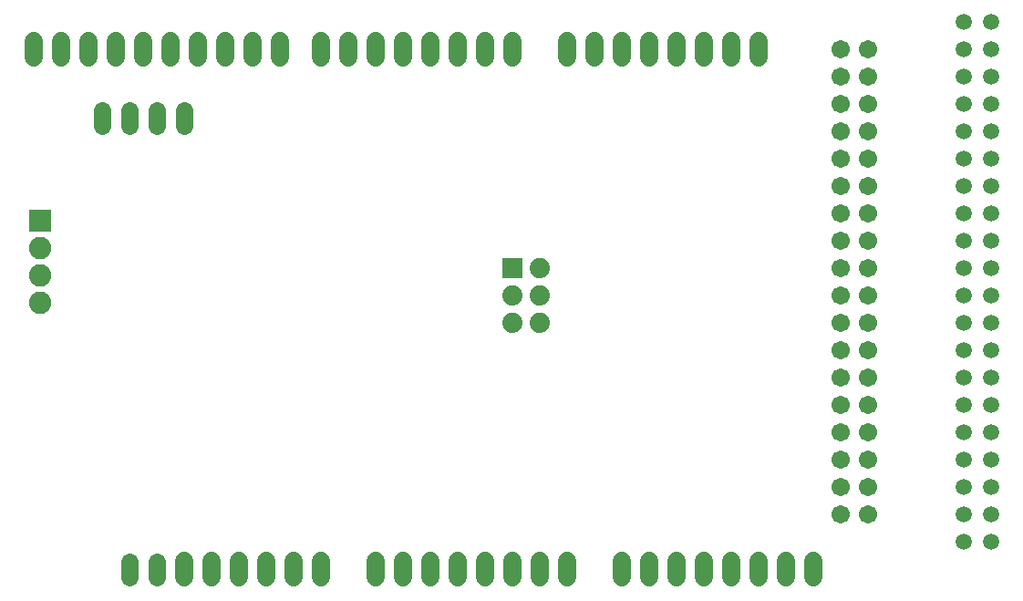
<source format=gbs>
G75*
%MOIN*%
%OFA0B0*%
%FSLAX25Y25*%
%IPPOS*%
%LPD*%
%AMOC8*
5,1,8,0,0,1.08239X$1,22.5*
%
%ADD10R,0.08200X0.08200*%
%ADD11C,0.08200*%
%ADD12C,0.06737*%
%ADD13C,0.06737*%
%ADD14C,0.06400*%
%ADD15C,0.07400*%
%ADD16R,0.07400X0.07400*%
%ADD17C,0.05950*%
D10*
X0013500Y0156783D03*
D11*
X0013500Y0146783D03*
X0013500Y0136783D03*
X0013500Y0126783D03*
D12*
X0011000Y0216315D02*
X0011000Y0222252D01*
X0021000Y0222252D02*
X0021000Y0216315D01*
X0031000Y0216315D02*
X0031000Y0222252D01*
X0041000Y0222252D02*
X0041000Y0216315D01*
X0051000Y0216315D02*
X0051000Y0222252D01*
X0061000Y0222252D02*
X0061000Y0216315D01*
X0071000Y0216315D02*
X0071000Y0222252D01*
X0081000Y0222252D02*
X0081000Y0216315D01*
X0091000Y0216315D02*
X0091000Y0222252D01*
X0101000Y0222252D02*
X0101000Y0216315D01*
X0116000Y0216315D02*
X0116000Y0222252D01*
X0126000Y0222252D02*
X0126000Y0216315D01*
X0136000Y0216315D02*
X0136000Y0222252D01*
X0146000Y0222252D02*
X0146000Y0216315D01*
X0156000Y0216315D02*
X0156000Y0222252D01*
X0166000Y0222252D02*
X0166000Y0216315D01*
X0176000Y0216315D02*
X0176000Y0222252D01*
X0186000Y0222252D02*
X0186000Y0216315D01*
X0206000Y0216315D02*
X0206000Y0222252D01*
X0216000Y0222252D02*
X0216000Y0216315D01*
X0226000Y0216315D02*
X0226000Y0222252D01*
X0236000Y0222252D02*
X0236000Y0216315D01*
X0246000Y0216315D02*
X0246000Y0222252D01*
X0256000Y0222252D02*
X0256000Y0216315D01*
X0266000Y0216315D02*
X0266000Y0222252D01*
X0276000Y0222252D02*
X0276000Y0216315D01*
X0276000Y0032252D02*
X0276000Y0026315D01*
X0266000Y0026315D02*
X0266000Y0032252D01*
X0256000Y0032252D02*
X0256000Y0026315D01*
X0246000Y0026315D02*
X0246000Y0032252D01*
X0236000Y0032252D02*
X0236000Y0026315D01*
X0226000Y0026315D02*
X0226000Y0032252D01*
X0206000Y0032252D02*
X0206000Y0026315D01*
X0196000Y0026315D02*
X0196000Y0032252D01*
X0186000Y0032252D02*
X0186000Y0026315D01*
X0176000Y0026315D02*
X0176000Y0032252D01*
X0166000Y0032252D02*
X0166000Y0026315D01*
X0156000Y0026315D02*
X0156000Y0032252D01*
X0146000Y0032252D02*
X0146000Y0026315D01*
X0136000Y0026315D02*
X0136000Y0032252D01*
X0116000Y0032252D02*
X0116000Y0026315D01*
X0106000Y0026315D02*
X0106000Y0032252D01*
X0096000Y0032252D02*
X0096000Y0026315D01*
X0086000Y0026315D02*
X0086000Y0032252D01*
X0076000Y0032252D02*
X0076000Y0026315D01*
X0066000Y0026315D02*
X0066000Y0032252D01*
X0286000Y0032252D02*
X0286000Y0026315D01*
X0296000Y0026315D02*
X0296000Y0032252D01*
D13*
X0306000Y0049283D03*
X0316000Y0049283D03*
X0316000Y0059283D03*
X0306000Y0059283D03*
X0306000Y0069283D03*
X0316000Y0069283D03*
X0316000Y0079283D03*
X0306000Y0079283D03*
X0306000Y0089283D03*
X0316000Y0089283D03*
X0316000Y0099283D03*
X0306000Y0099283D03*
X0306000Y0109283D03*
X0316000Y0109283D03*
X0316000Y0119283D03*
X0306000Y0119283D03*
X0306000Y0129283D03*
X0316000Y0129283D03*
X0316000Y0139283D03*
X0306000Y0139283D03*
X0306000Y0149283D03*
X0316000Y0149283D03*
X0316000Y0159283D03*
X0306000Y0159283D03*
X0306000Y0169283D03*
X0316000Y0169283D03*
X0316000Y0179283D03*
X0306000Y0179283D03*
X0306000Y0189283D03*
X0316000Y0189283D03*
X0316000Y0199283D03*
X0306000Y0199283D03*
X0306000Y0209283D03*
X0316000Y0209283D03*
X0316000Y0219283D03*
X0306000Y0219283D03*
D14*
X0046000Y0032083D02*
X0046000Y0026483D01*
X0056000Y0026483D02*
X0056000Y0032083D01*
X0056000Y0191483D02*
X0056000Y0197083D01*
X0046000Y0197083D02*
X0046000Y0191483D01*
X0036000Y0191483D02*
X0036000Y0197083D01*
X0066000Y0197083D02*
X0066000Y0191483D01*
D15*
X0186000Y0129283D03*
X0186000Y0119283D03*
X0196000Y0119283D03*
X0196000Y0129283D03*
X0196000Y0139283D03*
D16*
X0186000Y0139283D03*
D17*
X0351000Y0139283D03*
X0361000Y0139283D03*
X0361000Y0129283D03*
X0351000Y0129283D03*
X0351000Y0119283D03*
X0361000Y0119283D03*
X0361000Y0109283D03*
X0351000Y0109283D03*
X0351000Y0099283D03*
X0361000Y0099283D03*
X0361000Y0089283D03*
X0351000Y0089283D03*
X0351000Y0079283D03*
X0361000Y0079283D03*
X0361000Y0069283D03*
X0351000Y0069283D03*
X0351000Y0059283D03*
X0361000Y0059283D03*
X0361000Y0049283D03*
X0351000Y0049283D03*
X0351000Y0039283D03*
X0361000Y0039283D03*
X0361000Y0149283D03*
X0351000Y0149283D03*
X0351000Y0159283D03*
X0361000Y0159283D03*
X0361000Y0169283D03*
X0351000Y0169283D03*
X0351000Y0179283D03*
X0361000Y0179283D03*
X0361000Y0189283D03*
X0351000Y0189283D03*
X0351000Y0199283D03*
X0361000Y0199283D03*
X0361000Y0209283D03*
X0351000Y0209283D03*
X0351000Y0219283D03*
X0361000Y0219283D03*
X0361000Y0229283D03*
X0351000Y0229283D03*
M02*

</source>
